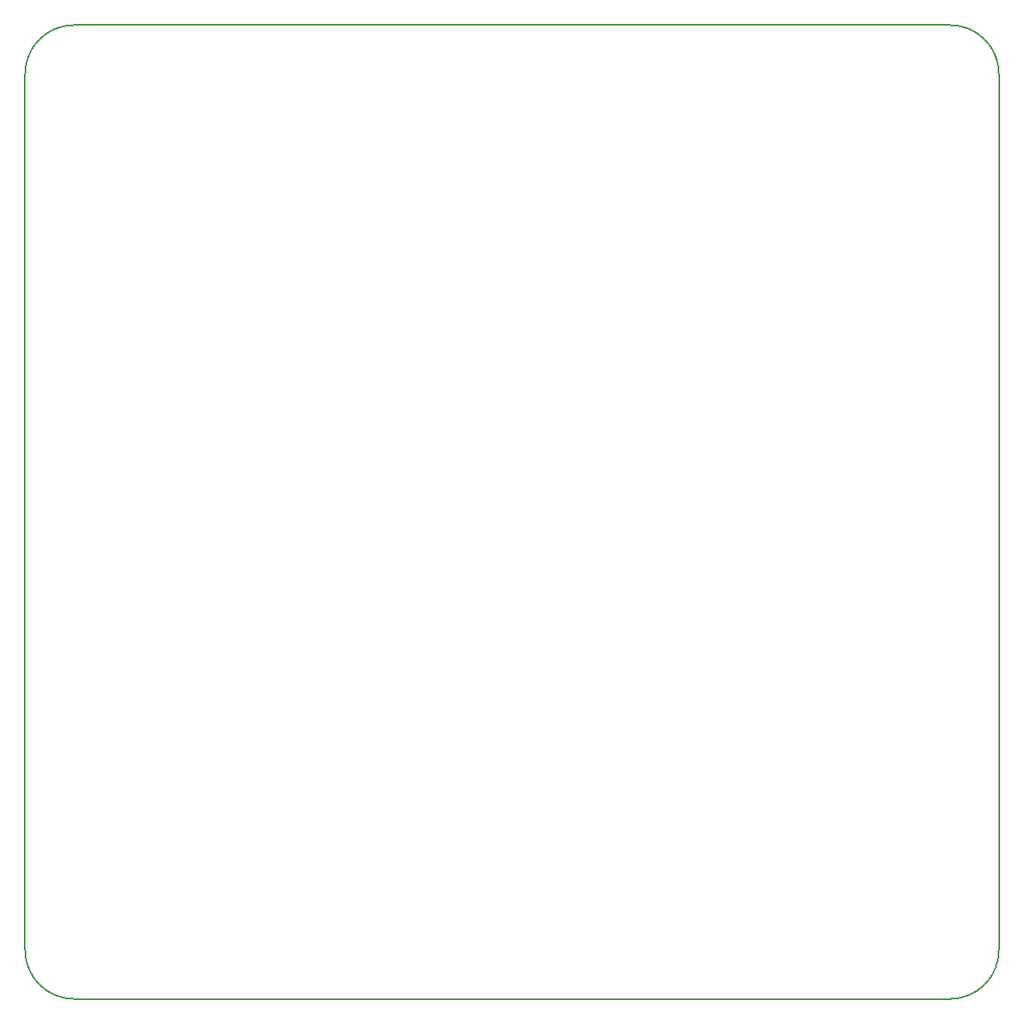
<source format=gbr>
%TF.GenerationSoftware,KiCad,Pcbnew,(5.1.6)-1*%
%TF.CreationDate,2021-03-02T23:33:04+01:00*%
%TF.ProjectId,03_La_Boite_A_Meuh,30335f4c-615f-4426-9f69-74655f415f4d,rev?*%
%TF.SameCoordinates,Original*%
%TF.FileFunction,Profile,NP*%
%FSLAX46Y46*%
G04 Gerber Fmt 4.6, Leading zero omitted, Abs format (unit mm)*
G04 Created by KiCad (PCBNEW (5.1.6)-1) date 2021-03-02 23:33:04*
%MOMM*%
%LPD*%
G01*
G04 APERTURE LIST*
%TA.AperFunction,Profile*%
%ADD10C,0.150000*%
%TD*%
G04 APERTURE END LIST*
D10*
X180000000Y-55000000D02*
X195000000Y-55000000D01*
X157000000Y-55000000D02*
X180000000Y-55000000D01*
X195000000Y-55000000D02*
G75*
G02*
X200000000Y-60000000I0J-5000000D01*
G01*
X200000000Y-150000000D02*
G75*
G02*
X195000000Y-155000000I-5000000J0D01*
G01*
X105000000Y-155000000D02*
G75*
G02*
X100000000Y-150000000I0J5000000D01*
G01*
X100000000Y-60000000D02*
G75*
G02*
X105000000Y-55000000I5000000J0D01*
G01*
X100000000Y-150000000D02*
X100000000Y-60000000D01*
X195000000Y-155000000D02*
X105000000Y-155000000D01*
X200000000Y-60000000D02*
X200000000Y-150000000D01*
X105000000Y-55000000D02*
X157000000Y-55000000D01*
M02*

</source>
